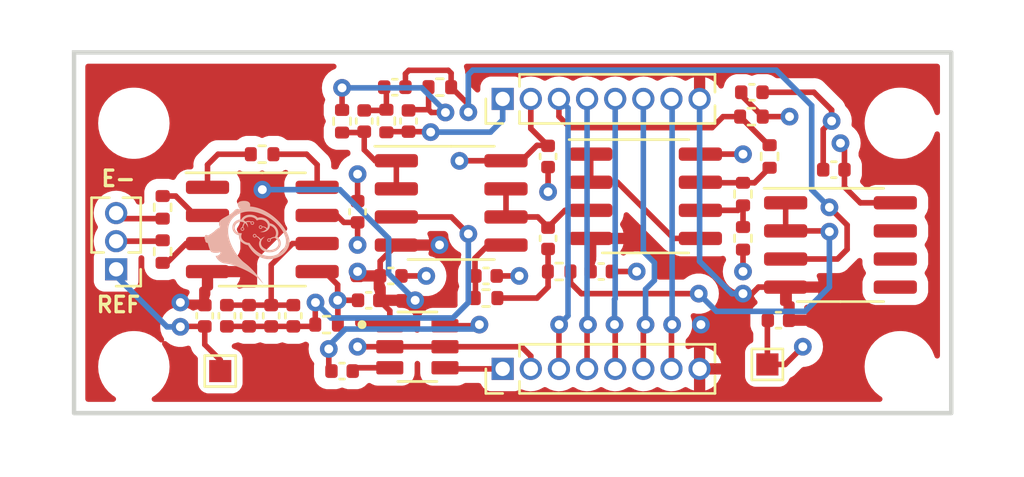
<source format=kicad_pcb>
(kicad_pcb (version 20211014) (generator pcbnew)
  (layers (0 "F.Cu" signal) (1 "In1.Cu" power "GND.Cu") (2 "In2.Cu" power "PWR.Cu") (31 "B.Cu" signal) (34 "B.Paste" user) (35 "F.Paste" user) (36 "B.SilkS" user "B.Silkscreen") (37 "F.SilkS" user "F.Silkscreen") (38 "B.Mask" user) (39 "F.Mask" user) (44 "Edge.Cuts" user))
  (net 0 "")
  (net 1 "GND")
  (net 2 "/LPF_IN-_CH0")
  (net 3 "VDD")
  (net 4 "/IA_OUT_CH0")
  (net 5 "/HPF_OUT_CH0")
  (net 6 "/NOTCH_IN_CH0")
  (net 7 "Net-(C11-Pad1)")
  (net 8 "Net-(C10-Pad2)")
  (net 9 "NOTCH_OUT_CH0")
  (net 10 "/IA_IN-_CH0")
  (net 11 "/IA_IN+_CH0")
  (net 12 "E1_CH0")
  (net 13 "E2_CH0")
  (net 14 "AOUT_CH0")
  (net 15 "Net-(R4-Pad1)")
  (net 16 "Net-(R4-Pad2)")
  (net 17 "/AMP_IN-_CH0")
  (net 18 "/AMP_OUT_CH0")
  (net 19 "/AMP_IN+_CH0")
  (net 20 "-VDD")
  (net 24 "SK11")
  (net 25 "SK01")
  (net 26 "SK00")
  (net 27 "Net-(C18-Pad1)")
  (net 28 "Net-(C18-Pad2)")
  (net 29 "AOUT_CH1")
  (net 30 "AOUT_CH2")
  (net 31 "AOUT_CH3")
  (net 32 "AOUT_CH4")
  (footprint "Capacitor_SMD:C_0402_1005Metric" (layer "F.Cu") (at 14.1 11)
    (fp_text reference "C19" hide)
    (fp_text value "1uF")
    (pad "1" smd roundrect locked (at -0.48 0) (size 0.56 0.62) (layers "F.Cu" "F.Paste" "F.Mask") (net 1 "GND"))
    (pad "2" smd roundrect locked (at 0.48 0) (size 0.56 0.62) (layers "F.Cu" "F.Paste" "F.Mask") (net 20 "-VDD"))
  )
  (footprint "Capacitor_SMD:C_0402_1005Metric" (layer "F.Cu") (at 15.281 1.3705)
    (fp_text reference "C11" hide)
    (fp_text value "1uF")
    (pad "1" smd roundrect locked (at -0.48 0) (size 0.56 0.62) (layers "F.Cu" "F.Paste" "F.Mask") (net 7 "Net-(C11-Pad1)"))
    (pad "2" smd roundrect locked (at 0.48 0) (size 0.56 0.62) (layers "F.Cu" "F.Paste" "F.Mask") (net 9 "NOTCH_OUT_CH0"))
  )
  (footprint "TestPoint:TestPoint_Pad_1.0x1.0mm" (layer "F.Cu") (at 7.4 14.2)
    (fp_text reference "TP2" hide)
    (fp_text value "TestPoint")
    (pad "1" smd rect locked (at 0 0) (size 1 1) (layers "F.Cu" "F.Mask") (net 1 "GND"))
  )
  (footprint "Resistor_SMD:R_0402_1005Metric" (layer "F.Cu") (at 9.29 4.4)
    (fp_text reference "R4" hide)
    (fp_text value "2k2")
    (pad "1" smd roundrect locked (at -0.51 0) (size 0.54 0.64) (layers "F.Cu" "F.Paste" "F.Mask") (net 15 "Net-(R4-Pad1)"))
    (pad "2" smd roundrect locked (at 0.51 0) (size 0.54 0.64) (layers "F.Cu" "F.Paste" "F.Mask") (net 16 "Net-(R4-Pad2)"))
  )
  (footprint "Capacitor_SMD:C_0402_1005Metric" (layer "F.Cu") (at 10.7 11.7 -90)
    (fp_text reference "C5" hide)
    (fp_text value "10uF")
    (pad "1" smd roundrect locked (at -0.48 0 270) (size 0.56 0.62) (layers "F.Cu" "F.Paste" "F.Mask") (net 4 "/IA_OUT_CH0"))
    (pad "2" smd roundrect locked (at 0.48 0 270) (size 0.56 0.62) (layers "F.Cu" "F.Paste" "F.Mask") (net 5 "/HPF_OUT_CH0"))
  )
  (footprint "Package_SO:SOIC-8_3.9x4.9mm_P1.27mm" (layer "F.Cu") (at 26.6 6.3)
    (fp_text reference "U3" hide)
    (fp_text value "LMC6492")
    (pad "1" smd roundrect locked (at -2.475 -1.905) (size 1.95 0.6) (layers "F.Cu" "F.Paste" "F.Mask") (net 19 "/AMP_IN+_CH0"))
    (pad "2" smd roundrect locked (at -2.475 -0.635) (size 1.95 0.6) (layers "F.Cu" "F.Paste" "F.Mask") (net 19 "/AMP_IN+_CH0"))
    (pad "3" smd roundrect locked (at -2.475 0.635) (size 1.95 0.6) (layers "F.Cu" "F.Paste" "F.Mask") (net 2 "/LPF_IN-_CH0"))
    (pad "4" smd roundrect locked (at -2.475 1.905) (size 1.95 0.6) (layers "F.Cu" "F.Paste" "F.Mask") (net 20 "-VDD"))
    (pad "5" smd roundrect locked (at 2.475 1.905) (size 1.95 0.6) (layers "F.Cu" "F.Paste" "F.Mask") (net 19 "/AMP_IN+_CH0"))
    (pad "6" smd roundrect locked (at 2.475 0.635) (size 1.95 0.6) (layers "F.Cu" "F.Paste" "F.Mask") (net 17 "/AMP_IN-_CH0"))
    (pad "7" smd roundrect locked (at 2.475 -0.635) (size 1.95 0.6) (layers "F.Cu" "F.Paste" "F.Mask") (net 18 "/AMP_OUT_CH0"))
    (pad "8" smd roundrect locked (at 2.475 -1.905) (size 1.95 0.6) (layers "F.Cu" "F.Paste" "F.Mask") (net 3 "VDD"))
  )
  (footprint "Connector_PinHeader_1.27mm:PinHeader_1x08_P1.27mm_Vertical" (layer "F.Cu") (at 20.15 1.9 90)
    (fp_text reference "J4" hide)
    (fp_text value "Conn_01x08_Female" hide)
    (pad "1" thru_hole rect locked (at 0 0 90) (size 1 1) (drill 0.65) (layers *.Cu *.Mask) (net 1 "GND"))
    (pad "2" thru_hole oval locked (at 0 1.27 90) (size 1 1) (drill 0.65) (layers *.Cu *.Mask) (net 3 "VDD"))
    (pad "3" thru_hole oval locked (at 0 2.54 90) (size 1 1) (drill 0.65) (layers *.Cu *.Mask) (net 14 "AOUT_CH0"))
    (pad "4" thru_hole oval locked (at 0 3.81 90) (size 1 1) (drill 0.65) (layers *.Cu *.Mask) (net 29 "AOUT_CH1"))
    (pad "5" thru_hole oval locked (at 0 5.08 90) (size 1 1) (drill 0.65) (layers *.Cu *.Mask) (net 30 "AOUT_CH2"))
    (pad "6" thru_hole oval locked (at 0 6.35 90) (size 1 1) (drill 0.65) (layers *.Cu *.Mask) (net 31 "AOUT_CH3"))
    (pad "7" thru_hole oval locked (at 0 7.62 90) (size 1 1) (drill 0.65) (layers *.Cu *.Mask) (net 32 "AOUT_CH4"))
    (pad "8" thru_hole oval locked (at 0 8.89 90) (size 1 1) (drill 0.65) (layers *.Cu *.Mask) (net 20 "-VDD"))
  )
  (footprint "Capacitor_SMD:C_0402_1005Metric" (layer "F.Cu") (at 22.2 8.2 90)
    (fp_text reference "C2" hide)
    (fp_text value "10uF")
    (pad "1" smd roundrect locked (at -0.48 0 90) (size 0.56 0.62) (layers "F.Cu" "F.Paste" "F.Mask") (net 25 "SK01"))
    (pad "2" smd roundrect locked (at 0.48 0 90) (size 0.56 0.62) (layers "F.Cu" "F.Paste" "F.Mask") (net 2 "/LPF_IN-_CH0"))
  )
  (footprint "Resistor_SMD:R_0402_1005Metric" (layer "F.Cu") (at 32.2 4.5 -90)
    (fp_text reference "R10" hide)
    (fp_text value "1k")
    (pad "1" smd roundrect locked (at -0.51 0 270) (size 0.54 0.64) (layers "F.Cu" "F.Paste" "F.Mask") (net 14 "AOUT_CH0"))
    (pad "2" smd roundrect locked (at 0.51 0 270) (size 0.54 0.64) (layers "F.Cu" "F.Paste" "F.Mask") (net 18 "/AMP_OUT_CH0"))
  )
  (footprint "Resistor_SMD:R_0402_1005Metric" (layer "F.Cu") (at 12.9 2.91 -90)
    (fp_text reference "R9" hide)
    (fp_text value "2k7")
    (pad "1" smd roundrect locked (at -0.51 0 270) (size 0.54 0.64) (layers "F.Cu" "F.Paste" "F.Mask") (net 8 "Net-(C10-Pad2)"))
    (pad "2" smd roundrect locked (at 0.51 0 270) (size 0.54 0.64) (layers "F.Cu" "F.Paste" "F.Mask") (net 6 "/NOTCH_IN_CH0"))
  )
  (footprint "Capacitor_SMD:C_0402_1005Metric" (layer "F.Cu") (at 13.9 2.9 90)
    (fp_text reference "C9" hide)
    (fp_text value "1uF")
    (pad "1" smd roundrect locked (at -0.48 0 90) (size 0.56 0.62) (layers "F.Cu" "F.Paste" "F.Mask") (net 6 "/NOTCH_IN_CH0"))
    (pad "2" smd roundrect locked (at 0.48 0 90) (size 0.56 0.62) (layers "F.Cu" "F.Paste" "F.Mask") (net 7 "Net-(C11-Pad1)"))
  )
  (footprint "MAX1697REUT_T:SOT95P280X145-6N" (layer "F.Cu") (at 16.3 13.1)
    (fp_text reference "U5" hide)
    (fp_text value "MAX1697REUT+T")
    (pad "1" smd roundrect locked (at -1.245 -0.95) (size 1.22 0.6) (layers "F.Cu" "F.Paste" "F.Mask") (roundrect_rratio 0.15) (net 20 "-VDD"))
    (pad "2" smd roundrect locked (at -1.245 0) (size 1.22 0.6) (layers "F.Cu" "F.Paste" "F.Mask") (roundrect_rratio 0.15) (net 3 "VDD"))
    (pad "3" smd roundrect locked (at -1.245 0.95) (size 1.22 0.6) (layers "F.Cu" "F.Paste" "F.Mask") (roundrect_rratio 0.15) (net 27 "Net-(C18-Pad1)"))
    (pad "4" smd roundrect locked (at 1.245 0.95) (size 1.22 0.6) (layers "F.Cu" "F.Paste" "F.Mask") (roundrect_rratio 0.15) (net 1 "GND"))
    (pad "5" smd roundrect locked (at 1.245 0) (size 1.22 0.6) (layers "F.Cu" "F.Paste" "F.Mask") (roundrect_rratio 0.15) (net 3 "VDD"))
    (pad "6" smd roundrect locked (at 1.245 -0.95) (size 1.22 0.6) (layers "F.Cu" "F.Paste" "F.Mask") (roundrect_rratio 0.15) (net 28 "Net-(C18-Pad2)"))
  )
  (footprint "Resistor_SMD:R_0402_1005Metric" (layer "F.Cu") (at 19.4 10.9)
    (fp_text reference "R5" hide)
    (fp_text value "75R")
    (pad "1" smd roundrect locked (at -0.51 0) (size 0.54 0.64) (layers "F.Cu" "F.Paste" "F.Mask") (net 24 "SK11"))
    (pad "2" smd roundrect locked (at 0.51 0) (size 0.54 0.64) (layers "F.Cu" "F.Paste" "F.Mask") (net 25 "SK01"))
  )
  (footprint "MountingHole:MountingHole_2.2mm_M2" (layer "F.Cu") (at 38.1 14)
    (fp_text reference "H2" hide)
    (fp_text value "MountingHole")
    (pad "" np_thru_hole circle locked (at 0 0) (size 2.2 2.2) (drill 2.2) (layers *.Cu *.Mask))
  )
  (footprint "Capacitor_SMD:C_0402_1005Metric" (layer "F.Cu") (at 12.9 14.2 180)
    (fp_text reference "C18" hide)
    (fp_text value "1uF")
    (pad "1" smd roundrect locked (at -0.48 0 180) (size 0.56 0.62) (layers "F.Cu" "F.Paste" "F.Mask") (net 27 "Net-(C18-Pad1)"))
    (pad "2" smd roundrect locked (at 0.48 0 180) (size 0.56 0.62) (layers "F.Cu" "F.Paste" "F.Mask") (net 28 "Net-(C18-Pad2)"))
  )
  (footprint "Capacitor_SMD:C_0402_1005Metric" (layer "F.Cu") (at 8.7 11.7 -90)
    (fp_text reference "C7" hide)
    (fp_text value "10uF")
    (pad "1" smd roundrect locked (at -0.48 0 270) (size 0.56 0.62) (layers "F.Cu" "F.Paste" "F.Mask") (net 4 "/IA_OUT_CH0"))
    (pad "2" smd roundrect locked (at 0.48 0 270) (size 0.56 0.62) (layers "F.Cu" "F.Paste" "F.Mask") (net 5 "/HPF_OUT_CH0"))
  )
  (footprint "Connector_PinHeader_1.27mm:PinHeader_1x08_P1.27mm_Vertical" (layer "F.Cu") (at 20.15 14.1 90)
    (fp_text reference "J2" hide)
    (fp_text value "Conn_01x08_Female" hide)
    (pad "1" thru_hole rect locked (at 0 0 90) (size 1 1) (drill 0.65) (layers *.Cu *.Mask) (net 1 "GND"))
    (pad "2" thru_hole oval locked (at 0 1.27 90) (size 1 1) (drill 0.65) (layers *.Cu *.Mask) (net 3 "VDD"))
    (pad "3" thru_hole oval locked (at 0 2.54 90) (size 1 1) (drill 0.65) (layers *.Cu *.Mask) (net 14 "AOUT_CH0"))
    (pad "4" thru_hole oval locked (at 0 3.81 90) (size 1 1) (drill 0.65) (layers *.Cu *.Mask) (net 29 "AOUT_CH1"))
    (pad "5" thru_hole oval locked (at 0 5.08 90) (size 1 1) (drill 0.65) (layers *.Cu *.Mask) (net 30 "AOUT_CH2"))
    (pad "6" thru_hole oval locked (at 0 6.35 90) (size 1 1) (drill 0.65) (layers *.Cu *.Mask) (net 31 "AOUT_CH3"))
    (pad "7" thru_hole oval locked (at 0 7.62 90) (size 1 1) (drill 0.65) (layers *.Cu *.Mask) (net 32 "AOUT_CH4"))
    (pad "8" thru_hole oval locked (at 0 8.89 90) (size 1 1) (drill 0.65) (layers *.Cu *.Mask) (net 20 "-VDD"))
  )
  (footprint "Capacitor_SMD:C_0402_1005Metric" (layer "F.Cu") (at 35.1 5.1)
    (fp_text reference "C16" hide)
    (fp_text value "0.1uF")
    (pad "1" smd roundrect locked (at -0.48 0) (size 0.56 0.62) (layers "F.Cu" "F.Paste" "F.Mask") (net 1 "GND"))
    (pad "2" smd roundrect locked (at 0.48 0) (size 0.56 0.62) (layers "F.Cu" "F.Paste" "F.Mask") (net 3 "VDD"))
  )
  (footprint "Capacitor_SMD:C_0402_1005Metric" (layer "F.Cu") (at 19.4 9.9 180)
    (fp_text reference "C1" hide)
    (fp_text value "10uF")
    (pad "1" smd roundrect locked (at -0.48 0 180) (size 0.56 0.62) (layers "F.Cu" "F.Paste" "F.Mask") (net 1 "GND"))
    (pad "2" smd roundrect locked (at 0.48 0 180) (size 0.56 0.62) (layers "F.Cu" "F.Paste" "F.Mask") (net 24 "SK11"))
  )
  (footprint "Package_SO:SOIC-8_3.9x4.9mm_P1.27mm" (layer "F.Cu") (at 17.825 6.6)
    (fp_text reference "U2" hide)
    (fp_text value "LMC6492")
    (pad "1" smd roundrect locked (at -2.475 -1.905) (size 1.95 0.6) (layers "F.Cu" "F.Paste" "F.Mask") (net 6 "/NOTCH_IN_CH0"))
    (pad "2" smd roundrect locked (at -2.475 -0.635) (size 1.95 0.6) (layers "F.Cu" "F.Paste" "F.Mask") (net 6 "/NOTCH_IN_CH0"))
    (pad "3" smd roundrect locked (at -2.475 0.635) (size 1.95 0.6) (layers "F.Cu" "F.Paste" "F.Mask") (net 5 "/HPF_OUT_CH0"))
    (pad "4" smd roundrect locked (at -2.475 1.905) (size 1.95 0.6) (layers "F.Cu" "F.Paste" "F.Mask") (net 20 "-VDD"))
    (pad "5" smd roundrect locked (at 2.475 1.905) (size 1.95 0.6) (layers "F.Cu" "F.Paste" "F.Mask") (net 24 "SK11"))
    (pad "6" smd roundrect locked (at 2.475 0.635) (size 1.95 0.6) (layers "F.Cu" "F.Paste" "F.Mask") (net 2 "/LPF_IN-_CH0"))
    (pad "7" smd roundrect locked (at 2.475 -0.635) (size 1.95 0.6) (layers "F.Cu" "F.Paste" "F.Mask") (net 2 "/LPF_IN-_CH0"))
    (pad "8" smd roundrect locked (at 2.475 -1.905) (size 1.95 0.6) (layers "F.Cu" "F.Paste" "F.Mask") (net 3 "VDD"))
  )
  (footprint "Resistor_SMD:R_0402_1005Metric" (layer "F.Cu") (at 17.313 1.3705 180)
    (fp_text reference "R13" hide)
    (fp_text value "2k7")
    (pad "1" smd roundrect locked (at -0.51 0 180) (size 0.54 0.64) (layers "F.Cu" "F.Paste" "F.Mask") (net 9 "NOTCH_OUT_CH0"))
    (pad "2" smd roundrect locked (at 0.51 0 180) (size 0.54 0.64) (layers "F.Cu" "F.Paste" "F.Mask") (net 8 "Net-(C10-Pad2)"))
  )
  (footprint "Resistor_SMD:R_0402_1005Metric" (layer "F.Cu") (at 14.9 2.9 -90)
    (fp_text reference "R12" hide)
    (fp_text value "1k3")
    (pad "1" smd roundrect locked (at -0.51 0 270) (size 0.54 0.64) (layers "F.Cu" "F.Paste" "F.Mask") (net 7 "Net-(C11-Pad1)"))
    (pad "2" smd roundrect locked (at 0.51 0 270) (size 0.54 0.64) (layers "F.Cu" "F.Paste" "F.Mask") (net 1 "GND"))
  )
  (footprint "MountingHole:MountingHole_2.2mm_M2" (layer "F.Cu") (at 3.5 14)
    (fp_text reference "H4" hide)
    (fp_text value "MountingHole")
    (pad "" np_thru_hole circle locked (at 0 0) (size 2.2 2.2) (drill 2.2) (layers F&B.Cu *.Mask))
  )
  (footprint "Capacitor_SMD:C_0402_1005Metric" (layer "F.Cu") (at 24.6 9.7 180)
    (fp_text reference "C13" hide)
    (fp_text value "0.1uF")
    (pad "1" smd roundrect locked (at -0.48 0 180) (size 0.56 0.62) (layers "F.Cu" "F.Paste" "F.Mask") (net 1 "GND"))
    (pad "2" smd roundrect locked (at 0.48 0 180) (size 0.56 0.62) (layers "F.Cu" "F.Paste" "F.Mask") (net 20 "-VDD"))
  )
  (footprint "Capacitor_SMD:C_0402_1005Metric" (layer "F.Cu") (at 31.4 1.6 180)
    (fp_text reference "C12" hide)
    (fp_text value "0.1uF")
    (pad "1" smd roundrect locked (at -0.48 0 180) (size 0.56 0.62) (layers "F.Cu" "F.Paste" "F.Mask") (net 1 "GND"))
    (pad "2" smd roundrect locked (at 0.48 0 180) (size 0.56 0.62) (layers "F.Cu" "F.Paste" "F.Mask") (net 3 "VDD"))
  )
  (footprint "Capacitor_SMD:C_0402_1005Metric" (layer "F.Cu") (at 15.1 9.9 180)
    (fp_text reference "C15" hide)
    (fp_text value "0.1uF")
    (pad "1" smd roundrect locked (at -0.48 0 180) (size 0.56 0.62) (layers "F.Cu" "F.Paste" "F.Mask") (net 1 "GND"))
    (pad "2" smd roundrect locked (at 0.48 0 180) (size 0.56 0.62) (layers "F.Cu" "F.Paste" "F.Mask") (net 20 "-VDD"))
  )
  (footprint "Resistor_SMD:R_0402_1005Metric" (layer "F.Cu") (at 22.7 9.7)
    (fp_text reference "R3" hide)
    (fp_text value "75R")
    (pad "1" smd roundrect locked (at -0.51 0) (size 0.54 0.64) (layers "F.Cu" "F.Paste" "F.Mask") (net 25 "SK01"))
    (pad "2" smd roundrect locked (at 0.51 0) (size 0.54 0.64) (layers "F.Cu" "F.Paste" "F.Mask") (net 26 "SK00"))
  )
  (footprint "Connector_PinHeader_1.27mm:PinHeader_1x03_P1.27mm_Vertical" (layer "F.Cu") (at 2.7 9.6 180)
    (fp_text reference "J1" hide)
    (fp_text value "Conn_01x03")
    (pad "1" thru_hole rect locked (at 0 0 180) (size 1 1) (drill 0.65) (layers *.Cu *.Mask) (net 1 "GND"))
    (pad "2" thru_hole oval locked (at 0 1.27 180) (size 1 1) (drill 0.65) (layers *.Cu *.Mask) (net 12 "E1_CH0"))
    (pad "3" thru_hole oval locked (at 0 2.54 180) (size 1 1) (drill 0.65) (layers *.Cu *.Mask) (net 13 "E2_CH0"))
  )
  (footprint "Resistor_SMD:R_0402_1005Metric" (layer "F.Cu") (at 31.38 2.7)
    (fp_text reference "R11" hide)
    (fp_text value "1k")
    (pad "1" smd roundrect locked (at -0.51 0) (size 0.54 0.64) (layers "F.Cu" "F.Paste" "F.Mask") (net 14 "AOUT_CH0"))
    (pad "2" smd roundrect locked (at 0.51 0) (size 0.54 0.64) (layers "F.Cu" "F.Paste" "F.Mask") (net 3 "VDD"))
  )
  (footprint "Resistor_SMD:R_0402_1005Metric" (layer "F.Cu") (at 4.8 8.8 -90)
    (fp_text reference "R1" hide)
    (fp_text value "220k")
    (pad "1" smd roundrect locked (at -0.51 0 270) (size 0.54 0.64) (layers "F.Cu" "F.Paste" "F.Mask") (net 12 "E1_CH0"))
    (pad "2" smd roundrect locked (at 0.51 0 270) (size 0.54 0.64) (layers "F.Cu" "F.Paste" "F.Mask") (net 11 "/IA_IN+_CH0"))
  )
  (footprint "Resistor_SMD:R_0402_1005Metric" (layer "F.Cu") (at 4.8 6.8 90)
    (fp_text reference "R2" hide)
    (fp_text value "220k")
    (pad "1" smd roundrect locked (at -0.51 0 90) (size 0.54 0.64) (layers "F.Cu" "F.Paste" "F.Mask") (net 13 "E2_CH0"))
    (pad "2" smd roundrect locked (at 0.51 0 90) (size 0.54 0.64) (layers "F.Cu" "F.Paste" "F.Mask") (net 10 "/IA_IN-_CH0"))
  )
  (footprint "TestPoint:TestPoint_Pad_1.0x1.0mm" (layer "F.Cu") (at 32.1 13.9)
    (fp_text reference "TP1" hide)
    (fp_text value "TestPoint")
    (pad "1" smd rect locked (at 0 0) (size 1 1) (layers "F.Cu" "F.Mask") (net 1 "GND"))
  )
  (footprint "Package_SO:SOIC-8_3.9x4.9mm_P1.27mm" (layer "F.Cu") (at 9.3 7.8)
    (fp_text reference "U1" hide)
    (fp_text value "AD620")
    (pad "1" smd roundrect locked (at -2.475 -1.905) (size 1.95 0.6) (layers "F.Cu" "F.Paste" "F.Mask") (net 15 "Net-(R4-Pad1)"))
    (pad "2" smd roundrect locked (at -2.475 -0.635) (size 1.95 0.6) (layers "F.Cu" "F.Paste" "F.Mask") (net 10 "/IA_IN-_CH0"))
    (pad "3" smd roundrect locked (at -2.475 0.635) (size 1.95 0.6) (layers "F.Cu" "F.Paste" "F.Mask") (net 11 "/IA_IN+_CH0"))
    (pad "4" smd roundrect locked (at -2.475 1.905) (size 1.95 0.6) (layers "F.Cu" "F.Paste" "F.Mask") (net 20 "-VDD"))
    (pad "5" smd roundrect locked (at 2.475 1.905) (size 1.95 0.6) (layers "F.Cu" "F.Paste" "F.Mask") (net 1 "GND"))
    (pad "6" smd roundrect locked (at 2.475 0.635) (size 1.95 0.6) (layers "F.Cu" "F.Paste" "F.Mask") (net 4 "/IA_OUT_CH0"))
    (pad "7" smd roundrect locked (at 2.475 -0.635) (size 1.95 0.6) (layers "F.Cu" "F.Paste" "F.Mask") (net 3 "VDD"))
    (pad "8" smd roundrect locked (at 2.475 -1.905) (size 1.95 0.6) (layers "F.Cu" "F.Paste" "F.Mask") (net 16 "Net-(R4-Pad2)"))
  )
  (footprint "Resistor_SMD:R_0402_1005Metric" (layer "F.Cu") (at 12.2 12.1)
    (fp_text reference "R6" hide)
    (fp_text value "75k")
    (pad "1" smd roundrect locked (at -0.51 0) (size 0.54 0.64) (layers "F.Cu" "F.Paste" "F.Mask") (net 5 "/HPF_OUT_CH0"))
    (pad "2" smd roundrect locked (at 0.51 0) (size 0.54 0.64) (layers "F.Cu" "F.Paste" "F.Mask") (net 1 "GND"))
  )
  (footprint "MountingHole:MountingHole_2.2mm_M2" (layer "F.Cu") (at 3.5 3)
    (fp_text reference "H1" hide)
    (fp_text value "MountingHole")
    (pad "" np_thru_hole circle locked (at 0 0) (size 2.2 2.2) (drill 2.2) (layers F&B.Cu *.Mask))
  )
  (footprint "Capacitor_SMD:C_0402_1005Metric" (layer "F.Cu") (at 22.2 4.5 90)
    (fp_text reference "C14" hide)
    (fp_text value "0.1uF")
    (pad "1" smd roundrect locked (at -0.48 0 90) (size 0.56 0.62) (layers "F.Cu" "F.Paste" "F.Mask") (net 1 "GND"))
    (pad "2" smd roundrect locked (at 0.48 0 90) (size 0.56 0.62) (layers "F.Cu" "F.Paste" "F.Mask") (net 3 "VDD"))
  )
  (footprint "Capacitor_SMD:C_0402_1005Metric" (layer "F.Cu") (at 7.7 11.7 -90)
    (fp_text reference "C8" hide)
    (fp_text value "10uF")
    (pad "1" smd roundrect locked (at -0.48 0 270) (size 0.56 0.62) (layers "F.Cu" "F.Paste" "F.Mask") (net 4 "/IA_OUT_CH0"))
    (pad "2" smd roundrect locked (at 0.48 0 270) (size 0.56 0.62) (layers "F.Cu" "F.Paste" "F.Mask") (net 5 "/HPF_OUT_CH0"))
  )
  (footprint "Resistor_SMD:R_0402_1005Metric" (layer "F.Cu") (at 31 8.2 -90)
    (fp_text reference "R7" hide)
    (fp_text value "510R")
    (pad "1" smd roundrect locked (at -0.51 0 270) (size 0.54 0.64) (layers "F.Cu" "F.Paste" "F.Mask") (net 17 "/AMP_IN-_CH0"))
    (pad "2" smd roundrect locked (at 0.51 0 270) (size 0.54 0.64) (layers "F.Cu" "F.Paste" "F.Mask") (net 1 "GND"))
  )
  (footprint "Capacitor_SMD:C_0402_1005Metric" (layer "F.Cu") (at 32.6 11.9)
    (fp_text reference "C17" hide)
    (fp_text value "0.1uF")
    (pad "1" smd roundrect locked (at -0.48 0) (size 0.56 0.62) (layers "F.Cu" "F.Paste" "F.Mask") (net 1 "GND"))
    (pad "2" smd roundrect locked (at 0.48 0) (size 0.56 0.62) (layers "F.Cu" "F.Paste" "F.Mask") (net 20 "-VDD"))
  )
  (footprint "Capacitor_SMD:C_0402_1005Metric" (layer "F.Cu") (at 13.6 7 -90)
    (fp_text reference "C4" hide)
    (fp_text value "0.1uF")
    (pad "1" smd roundrect locked (at -0.48 0 270) (size 0.56 0.62) (layers "F.Cu" "F.Paste" "F.Mask") (net 1 "GND"))
    (pad "2" smd roundrect locked (at 0.48 0 270) (size 0.56 0.62) (layers "F.Cu" "F.Paste" "F.Mask") (net 3 "VDD"))
  )
  (footprint "Capacitor_SMD:C_0402_1005Metric" (layer "F.Cu") (at 6.7 11.7 90)
    (fp_text reference "C3" hide)
    (fp_text value "0.1uF")
    (pad "1" smd roundrect locked (at -0.48 0 90) (size 0.56 0.62) (layers "F.Cu" "F.Paste" "F.Mask") (net 1 "GND"))
    (pad "2" smd roundrect locked (at 0.48 0 90) (size 0.56 0.62) (layers "F.Cu" "F.Paste" "F.Mask") (net 20 "-VDD"))
  )
  (footprint "Resistor_SMD:R_0402_1005Metric" (layer "F.Cu") (at 31 6.2 -90)
    (fp_text reference "R8" hide)
    (fp_text value "100k")
    (pad "1" smd roundrect locked (at -0.51 0 270) (size 0.54 0.64) (layers "F.Cu" "F.Paste" "F.Mask") (net 18 "/AMP_OUT_CH0"))
    (pad "2" smd roundrect locked (at 0.51 0 270) (size 0.54 0.64) (layers "F.Cu" "F.Paste" "F.Mask") (net 17 "/AMP_IN-_CH0"))
  )
  (footprint "Capacitor_SMD:C_0402_1005Metric" (layer "F.Cu") (at 9.7 11.7 -90)
    (fp_text reference "C6" hide)
    (fp_text value "10uF")
    (pad "1" smd roundrect locked (at -0.48 0 270) (size 0.56 0.62) (layers "F.Cu" "F.Paste" "F.Mask") (net 4 "/IA_OUT_CH0"))
    (pad "2" smd roundrect locked (at 0.48 0 270) (size 0.56 0.62) (layers "F.Cu" "F.Paste" "F.Mask") (net 5 "/HPF_OUT_CH0"))
  )
  (footprint "Package_SO:SOIC-8_3.9x4.9mm_P1.27mm" (layer "F.Cu") (at 35.4 8.5)
    (fp_text reference "U4" hide)
    (fp_text value "LMC6492")
    (pad "1" smd roundrect locked (at -2.475 -1.905) (size 1.95 0.6) (layers "F.Cu" "F.Paste" "F.Mask") (net 26 "SK00"))
    (pad "2" smd roundrect locked (at -2.475 -0.635) (size 1.95 0.6) (layers "F.Cu" "F.Paste" "F.Mask") (net 26 "SK00"))
    (pad "3" smd roundrect locked (at -2.475 0.635) (size 1.95 0.6) (layers "F.Cu" "F.Paste" "F.Mask") (net 9 "NOTCH_OUT_CH0"))
    (pad "4" smd roundrect locked (at -2.475 1.905) (size 1.95 0.6) (layers "F.Cu" "F.Paste" "F.Mask") (net 20 "-VDD"))
    (pad "5" smd roundrect locked (at 2.475 1.905) (size 1.95 0.6) (layers "F.Cu" "F.Paste" "F.Mask"))
    (pad "6" smd roundrect locked (at 2.475 0.635) (size 1.95 0.6) (layers "F.Cu" "F.Paste" "F.Mask"))
    (pad "7" smd roundrect locked (at 2.475 -0.635) (size 1.95 0.6) (layers "F.Cu" "F.Paste" "F.Mask"))
    (pad "8" smd roundrect locked (at 2.475 -1.905) (size 1.95 0.6) (layers "F.Cu" "F.Paste" "F.Mask") (net 3 "VDD"))
  )
  (footprint "Capacitor_SMD:C_0402_1005Metric" (layer "F.Cu") (at 15.9 2.9 90)
    (fp_text reference "C10" hide)
    (fp_text value "2uF")
    (pad "1" smd roundrect locked (at -0.48 0 90) (size 0.56 0.62) (layers "F.Cu" "F.Paste" "F.Mask") (net 1 "GND"))
    (pad "2" smd roundrect locked (at 0.48 0 90) (size 0.56 0.62) (layers "F.Cu" "F.Paste" "F.Mask") (net 8 "Net-(C10-Pad2)"))
  )
  (footprint "MountingHole:MountingHole_2.2mm_M2" (layer "F.Cu") (at 38.1 3)
    (fp_text reference "H3" hide)
    (fp_text value "MountingHole")
    (pad "" np_thru_hole circle locked (at 0 0) (size 2.2 2.2) (drill 2.2) (layers *.Cu *.Mask))
  )
  (footprint "LOGO" (layer "B.Cu") (at 8.6 8.4 180)
    (fp_text reference "G***" hide)
    (fp_text value "LOGO" hide)
  )
  (gr_rect (start 0.8 -0.2) (end 40.4 16.1) (layer "Edge.Cuts") (width 0.2) (fill none))
  (gr_text "E-" (at 2.8 5.5) (layer "F.SilkS") (effects (font (size 0.7 0.7))))
  (gr_text "REF" (at 2.8 11.2) (layer "F.SilkS") (effects (font (size 0.7 0.7))))
  (segment (start 34.62 3.28) (end 34.62 5.1) (width 0.254) (layer "F.Cu") (net 1))
  (segment (start 35 2.9) (end 35 2.4) (width 0.254) (layer "F.Cu") (net 1))
  (segment (start 25.08 9.7) (end 26.2 9.7) (width 0.254) (layer "F.Cu") (net 1))
  (segment (start 12.105 9.705) (end 11.775 9.705) (width 0.254) (layer "F.Cu") (net 1))
  (segment (start 7.4 13.7) (end 7.4 14.2) (width 0.25) (layer "F.Cu") (net 1))
  (segment (start 20.15 14.1) (end 17.595 14.1) (width 0.254) (layer "F.Cu") (net 1))
  (segment (start 12.7 11) (end 12.71 11.01) (width 0.254) (layer "F.Cu") (net 1))
  (segment (start 12.71 11.01) (end 12.71 12.1) (width 0.254) (layer "F.Cu") (net 1))
  (segment (start 33.7 13.1) (end 32.9 13.9) (width 0.254) (layer "F.Cu") (net 1))
  (segment (start 35 2.9) (end 34.62 3.28) (width 0.254) (layer "F.Cu") (net 1))
  (segment (start 6.7 12.18) (end 6.7 13) (width 0.25) (layer "F.Cu") (net 1))
  (segment (start 5.62 12.18) (end 6.7 12.18) (width 0.25) (layer "F.Cu") (net 1))
  (segment (start 32.9 13.9) (end 32.1 13.9) (width 0.254) (layer "F.Cu") (net 1))
  (segment (start 12.7 10.3) (end 12.105 9.705) (width 0.254) (layer "F.Cu") (net 1))
  (segment (start 6.7 13) (end 7.4 13.7) (width 0.25) (layer "F.Cu") (net 1))
  (segment (start 16.88 3.38) (end 16.9 3.4) (width 0.254) (layer "F.Cu") (net 1))
  (segment (start 17.595 14.1) (end 17.545 14.05) (width 0.254) (layer "F.Cu") (net 1))
  (segment (start 15.58 9.9) (end 16.7 9.9) (width 0.254) (layer "F.Cu") (net 1))
  (segment (start 20.9 9.9) (end 19.88 9.9) (width 0.254) (layer "F.Cu") (net 1))
  (segment (start 32.1 11.92) (end 32.12 11.9) (width 0.254) (layer "F.Cu") (net 1))
  (segment (start 31 8.71) (end 31 9.7) (width 0.254) (layer "F.Cu") (net 1))
  (segment (start 35 2.4) (end 34.2 1.6) (width 0.254) (layer "F.Cu") (net 1))
  (segment (start 22.2 4.98) (end 22.2 6.1) (width 0.254) (layer "F.Cu") (net 1))
  (segment (start 34.2 1.6) (end 31.88 1.6) (width 0.254) (layer "F.Cu") (net 1))
  (segment (start 15.9 3.38) (end 16.88 3.38) (width 0.254) (layer "F.Cu") (net 1))
  (segment (start 32.1 13.9) (end 32.1 11.92) (width 0.254) (layer "F.Cu") (net 1))
  (segment (start 13.62 11) (end 12.7 11) (width 0.254) (layer "F.Cu") (net 1))
  (segment (start 12.7 11) (end 12.7 10.3) (width 0.254) (layer "F.Cu") (net 1))
  (segment (start 13.6 5.3) (end 13.6 6.52) (width 0.25) (layer "F.Cu") (net 1))
  (segment (start 15.1785 3.38) (end 15.7945 3.38) (width 0.25) (layer "F.Cu") (net 1))
  (segment (start 5.6 12.2) (end 5.62 12.18) (width 0.25) (layer "F.Cu") (net 1))
  (via (at 33.7 13.1) (size 0.8) (drill 0.4) (layers "F.Cu" "B.Cu") (net 1))
  (via (at 26.2 9.7) (size 0.8) (drill 0.4) (layers "F.Cu" "B.Cu") (net 1))
  (via blind (at 16.9 3.4) (size 0.8) (drill 0.4) (layers "F.Cu" "B.Cu") (net 1))
  (via (at 31 9.7) (size 0.8) (drill 0.4) (layers "F.Cu" "B.Cu") (net 1))
  (via (at 20.9 9.9) (size 0.8) (drill 0.4) (layers "F.Cu" "B.Cu") (net 1))
  (via (at 22.2 6.1) (size 0.8) (drill 0.4) (layers "F.Cu" "B.Cu") (net 1))
  (via (at 13.6 5.3) (size 0.8) (drill 0.4) (layers "F.Cu" "B.Cu") (net 1))
  (via (at 5.6 12.2) (size 0.8) (drill 0.4) (layers "F.Cu" "B.Cu") (net 1))
  (via (at 12.7 11) (size 0.8) (drill 0.4) (layers "F.Cu" "B.Cu") (net 1))
  (via (at 16.7 9.9) (size 0.8) (drill 0.4) (layers "F.Cu" "B.Cu") (net 1))
  (via (at 35 2.9) (size 0.8) (drill 0.4) (layers "F.Cu" "B.Cu") (net 1))
  (segment (start 20.15 1.9) (end 20.15 2.85) (width 0.254) (layer "B.Cu") (net 1))
  (segment (start 20.15 2.85) (end 19.6 3.4) (width 0.254) (layer "B.Cu") (net 1))
  (segment (start 19.6 3.4) (end 16.9 3.4) (width 0.254) (layer "B.Cu") (net 1))
  (segment (start 2.7 9.9) (end 2.7 9.6) (width 0.254) (layer "B.Cu") (net 1))
  (segment (start 5.6 12.2) (end 5 12.2) (width 0.254) (layer "B.Cu") (net 1))
  (segment (start 5 12.2) (end 2.7 9.9) (width 0.254) (layer "B.Cu") (net 1))
  (segment (start 22.2 7.72) (end 22.2 7.7) (width 0.25) (layer "F.Cu") (net 2))
  (segment (start 21.735 7.235) (end 20.3 7.235) (width 0.254) (layer "F.Cu") (net 2))
  (segment (start 22.965 6.935) (end 24.125 6.935) (width 0.25) (layer "F.Cu") (net 2))
  (segment (start 22.2 7.7) (end 21.735 7.235) (width 0.254) (layer "F.Cu") (net 2))
  (segment (start 20.3 7.235) (end 20.3 5.965) (width 0.254) (layer "F.Cu") (net 2))
  (segment (start 22.2 7.7) (end 22.965 6.935) (width 0.25) (layer "F.Cu") (net 2))
  (segment (start 21.42 13.52) (end 21.42 14.1) (width 0.254) (layer "F.Cu") (net 3))
  (segment (start 18.205 4.695) (end 18.2 4.7) (width 0.254) (layer "F.Cu") (net 3))
  (segment (start 20.3 4.695) (end 21.005 4.695) (width 0.254) (layer "F.Cu") (net 3))
  (segment (start 17.545 13.1) (end 15.055 13.1) (width 0.254) (layer "F.Cu") (net 3))
  (segment (start 15.055 13.1) (end 13.6 13.1) (width 0.254) (layer "F.Cu") (net 3))
  (segment (start 30.92 1.6) (end 30.92 1.73) (width 0.254) (layer "F.Cu") (net 3))
  (segment (start 30.995 4.395) (end 28.875 4.395) (width 0.254) (layer "F.Cu") (net 3))
  (segment (start 35.58 5.88) (end 35.58 5.1) (width 0.254) (layer "F.Cu") (net 3))
  (segment (start 12.98 7.48) (end 13.6 7.48) (width 0.25) (layer "F.Cu") (net 3))
  (segment (start 31 4.4) (end 30.995 4.395) (width 0.254) (layer "F.Cu") (net 3))
  (segment (start 21 13.1) (end 21.42 13.52) (width 0.254) (layer "F.Cu") (net 3))
  (segment (start 17.545 13.1) (end 21 13.1) (width 0.254) (layer "F.Cu") (net 3))
  (segment (start 20.3 4.695) (end 18.205 4.695) (width 0.254) (layer "F.Cu") (net 3))
  (segment (start 36.295 6.595) (end 35.58 5.88) (width 0.254) (layer "F.Cu") (net 3))
  (segment (start 11.775 7.165) (end 12.665 7.165) (width 0.25) (layer "F.Cu") (net 3))
  (segment (start 21.42 1.9) (end 21.42 3.24) (width 0.254) (layer "F.Cu") (net 3))
  (segment (start 12.665 7.165) (end 12.98 7.48) (width 0.25) (layer "F.Cu") (net 3))
  (segment (start 21.42 3.24) (end 22.2 4.02) (width 0.254) (layer "F.Cu") (net 3))
  (segment (start 31.89 2.7) (end 33.1 2.7) (width 0.254) (layer "F.Cu") (net 3))
  (segment (start 35.58 4.08) (end 35.58 5.1) (width 0.254) (layer "F.Cu") (net 3))
  (segment (start 22.18 4) (end 22.2 4.02) (width 0.254) (layer "F.Cu") (net 3))
  (segment (start 21.005 4.695) (end 21.7 4) (width 0.254) (layer "F.Cu") (net 3))
  (segment (start 30.92 1.73) (end 31.89 2.7) (width 0.254) (layer "F.Cu") (net 3))
  (segment (start 37.875 6.595) (end 36.295 6.595) (width 0.254) (layer "F.Cu") (net 3))
  (segment (start 21.7 4) (end 22.18 4) (width 0.254) (layer "F.Cu") (net 3))
  (segment (start 35.4 3.9) (end 35.58 4.08) (width 0.254) (layer "F.Cu") (net 3))
  (segment (start 13.6 8.5) (end 13.6 7.48) (width 0.25) (layer "F.Cu") (net 3))
  (via (at 35.4 3.9) (size 0.8) (drill 0.4) (layers "F.Cu" "B.Cu") (net 3))
  (via (at 33.1 2.7) (size 0.8) (drill 0.4) (layers "F.Cu" "B.Cu") (net 3))
  (via (at 31 4.4) (size 0.8) (drill 0.4) (layers "F.Cu" "B.Cu") (net 3))
  (via blind (at 13.6 8.5) (size 0.8) (drill 0.4) (layers "F.Cu" "B.Cu") (net 3))
  (via (at 18.2 4.7) (size 0.8) (drill 0.4) (layers "F.Cu" "B.Cu") (net 3))
  (via (at 13.6 13.1) (size 0.8) (drill 0.4) (layers "F.Cu" "B.Cu") (net 3))
  (segment (start 9.7 11.22) (end 9.7 9.4) (width 0.25) (layer "F.Cu") (net 4))
  (segment (start 9.7 9.4) (end 10.665 8.435) (width 0.25) (layer "F.Cu") (net 4))
  (segment (start 9.7 11.22) (end 7.7 11.22) (width 0.25) (layer "F.Cu") (net 4))
  (segment (start 10.7 11.22) (end 9.7 11.22) (width 0.25) (layer "F.Cu") (net 4))
  (segment (start 10.665 8.435) (end 11.775 8.435) (width 0.25) (layer "F.Cu") (net 4))
  (segment (start 10.7 12.18) (end 11.61 12.18) (width 0.25) (layer "F.Cu") (net 5))
  (segment (start 11.69 11.11) (end 11.69 12.1) (width 0.25) (layer "F.Cu") (net 5))
  (segment (start 17.835 7.235) (end 15.35 7.235) (width 0.254) (layer "F.Cu") (net 5))
  (segment (start 11.61 12.18) (end 11.69 12.1) (width 0.25) (layer "F.Cu") (net 5))
  (segment (start 7.7 12.18) (end 9.7 12.18) (width 0.25) (layer "F.Cu") (net 5))
  (segment (start 18.6 8) (end 17.835 7.235) (width 0.254) (layer "F.Cu") (net 5))
  (segment (start 9.7 12.18) (end 10.7 12.18) (width 0.25) (layer "F.Cu") (net 5))
  (segment (start 11.7 11.1) (end 11.69 11.11) (width 0.25) (layer "F.Cu") (net 5))
  (via (at 11.7 11.1) (size 0.8) (drill 0.4) (layers "F.Cu" "B.Cu") (net 5))
  (via (at 18.6 8) (size 0.8) (drill 0.4) (layers "F.Cu" "B.Cu") (net 5))
  (segment (start 12.4 11.8) (end 11.7 11.1) (width 0.254) (layer "B.Cu") (net 5))
  (segment (start 17.9 11.8) (end 12.4 11.8) (width 0.254) (layer "B.Cu") (net 5))
  (segment (start 18.6 8) (end 18.6 11.1) (width 0.254) (layer "B.Cu") (net 5))
  (segment (start 18.6 11.1) (end 17.9 11.8) (width 0.254) (layer "B.Cu") (net 5))
  (segment (start 13.86 3.42) (end 13.9 3.38) (width 0.254) (layer "F.Cu") (net 6))
  (segment (start 15.35 4.695) (end 15.35 5.965) (width 0.25) (layer "F.Cu") (net 6))
  (segment (start 12.9 3.42) (end 13.86 3.42) (width 0.254) (layer "F.Cu") (net 6))
  (segment (start 13.9 4.2) (end 13.9 3.38) (width 0.25) (layer "F.Cu") (net 6))
  (segment (start 14.395 4.695) (end 13.9 4.2) (width 0.25) (layer "F.Cu") (net 6))
  (segment (start 15.35 4.695) (end 14.395 4.695) (width 0.25) (layer "F.Cu") (net 6))
  (segment (start 14.9 2.4) (end 14.9 1.4695) (width 0.25) (layer "F.Cu") (net 7))
  (segment (start 14.87 2.42) (end 14.9 2.39) (width 0.254) (layer "F.Cu") (net 7))
  (segment (start 13.9 2.42) (end 14.87 2.42) (width 0.254) (layer "F.Cu") (net 7))
  (segment (start 14.9 1.4695) (end 14.801 1.3705) (width 0.25) (layer "F.Cu") (net 7))
  (segment (start 17.567 2.5135) (end 16.932 2.5135) (width 0.25) (layer "F.Cu") (net 8))
  (segment (start 16.805 1.3725) (end 16.803 1.3705) (width 0.25) (layer "F.Cu") (net 8))
  (segment (start 15.9335 2.3865) (end 16.805 2.3865) (width 0.25) (layer "F.Cu") (net 8))
  (segment (start 16.932 2.5135) (end 16.805 2.3865) (width 0.25) (layer "F.Cu") (net 8))
  (segment (start 12.9 1.4) (end 12.9 2.4) (width 0.25) (layer "F.Cu") (net 8))
  (segment (start 16.805 2.3865) (end 16.805 1.3725) (width 0.25) (layer "F.Cu") (net 8))
  (segment (start 15.9 2.42) (end 15.9335 2.3865) (width 0.25) (layer "F.Cu") (net 8))
  (via blind (at 12.9 1.4) (size 0.8) (drill 0.4) (layers "F.Cu" "B.Cu") (net 8))
  (via blind (at 17.567 2.5135) (size 0.8) (drill 0.4) (layers "F.Cu" "B.Cu") (net 8))
  (segment (start 12.9 1.4) (end 16.499 1.4) (width 0.25) (layer "B.Cu") (net 8))
  (segment (start 16.499 1.4) (end 17.567 2.468) (width 0.25) (layer "B.Cu") (net 8))
  (segment (start 17.567 2.468) (end 17.567 2.5135) (width 0.25) (layer "B.Cu") (net 8))
  (segment (start 32.925 9.135) (end 35.265 9.135) (width 0.254) (layer "F.Cu") (net 9))
  (segment (start 15.916 0.6085) (end 17.694 0.6085) (width 0.25) (layer "F.Cu") (net 9))
  (segment (start 35.7 8.7) (end 35.7 7.6) (width 0.254) (layer "F.Cu") (net 9))
  (segment (start 17.823 0.7375) (end 17.823 1.3705) (width 0.25) (layer "F.Cu") (net 9))
  (segment (start 35.7 7.6) (end 34.9 6.8) (width 0.254) (layer "F.Cu") (net 9))
  (segment (start 17.694 0.6085) (end 17.823 0.7375) (width 0.25) (layer "F.Cu") (net 9))
  (segment (start 15.761 1.3705) (end 15.761 0.7635) (width 0.25) (layer "F.Cu") (net 9))
  (segment (start 18.599 2.5) (end 18.599 2.1465) (width 0.25) (layer "F.Cu") (net 9))
  (segment (start 15.761 0.7635) (end 15.916 0.6085) (width 0.25) (layer "F.Cu") (net 9))
  (segment (start 18.599 2.1465) (end 17.823 1.3705) (width 0.25) (layer "F.Cu") (net 9))
  (segment (start 35.265 9.135) (end 35.7 8.7) (width 0.254) (layer "F.Cu") (net 9))
  (via (at 34.9 6.8) (size 0.8) (drill 0.4) (layers "F.Cu" "B.Cu") (net 9))
  (via (at 18.599 2.5) (size 0.8) (drill 0.4) (layers "F.Cu" "B.Cu") (net 9))
  (segment (start 18.599 0.801) (end 18.599 2.5) (width 0.254) (layer "B.Cu") (net 9))
  (segment (start 18.8 0.6) (end 18.599 0.801) (width 0.254) (layer "B.Cu") (net 9))
  (segment (start 34.1 6) (end 34.1 2.2) (width 0.254) (layer "B.Cu") (net 9))
  (segment (start 34.9 6.8) (end 34.1 6) (width 0.254) (layer "B.Cu") (net 9))
  (segment (start 32.5 0.6) (end 18.8 0.6) (width 0.254) (layer "B.Cu") (net 9))
  (segment (start 34.1 2.2) (end 32.5 0.6) (width 0.254) (layer "B.Cu") (net 9))
  (segment (start 6.265 7.165) (end 6.825 7.165) (width 0.254) (layer "F.Cu") (net 10))
  (segment (start 4.8 6.29) (end 5.39 6.29) (width 0.254) (layer "F.Cu") (net 10))
  (segment (start 5.39 6.29) (end 6.265 7.165) (width 0.254) (layer "F.Cu") (net 10))
  (segment (start 5.865 8.435) (end 6.825 8.435) (width 0.254) (layer "F.Cu") (net 11))
  (segment (start 4.8 9.31) (end 4.99 9.31) (width 0.254) (layer "F.Cu") (net 11))
  (segment (start 4.99 9.31) (end 5.865 8.435) (width 0.254) (layer "F.Cu") (net 11))
  (segment (start 4.76 8.33) (end 4.8 8.29) (width 0.254) (layer "F.Cu") (net 12))
  (segment (start 2.7 8.33) (end 4.76 8.33) (width 0.254) (layer "F.Cu") (net 12))
  (segment (start 2.95 7.31) (end 4.8 7.31) (width 0.254) (layer "F.Cu") (net 13))
  (segment (start 2.7 7.06) (end 2.95 7.31) (width 0.254) (layer "F.Cu") (net 13))
  (segment (start 32.2 3.99) (end 32.16 3.99) (width 0.254) (layer "F.Cu") (net 14))
  (segment (start 22.69 2.69) (end 23.2 3.2) (width 0.25) (layer "F.Cu") (net 14))
  (segment (start 22.69 12.11) (end 22.69 14.1) (width 0.25) (layer "F.Cu") (net 14))
  (segment (start 23.2 3.2) (end 29.6 3.2) (width 0.25) (layer "F.Cu") (net 14))
  (segment (start 29.6 3.2) (end 30.1 2.7) (width 0.25) (layer "F.Cu") (net 14))
  (segment (start 32.16 3.99) (end 30.87 2.7) (width 0.254) (layer "F.Cu") (net 14))
  (segment (start 22.69 1.9) (end 22.69 2.69) (width 0.25) (layer "F.Cu") (net 14))
  (segment (start 30.1 2.7) (end 30.87 2.7) (width 0.25) (layer "F.Cu") (net 14))
  (segment (start 22.7 12.1) (end 22.69 12.11) (width 0.25) (layer "F.Cu") (net 14))
  (via (at 22.7 12.1) (size 0.8) (drill 0.4) (layers "F.Cu" "B.Cu") (net 14))
  (segment (start 23.1 2.31) (end 22.69 1.9) (width 0.25) (layer "B.Cu") (net 14))
  (segment (start 23.1 11.7) (end 23.1 2.31) (width 0.25) (layer "B.Cu") (net 14))
  (segment (start 22.7 12.1) (end 23.1 11.7) (width 0.25) (layer "B.Cu") (net 14))
  (segment (start 6.825 4.875) (end 7.3 4.4) (width 0.25) (layer "F.Cu") (net 15))
  (segment (start 7.3 4.4) (end 8.78 4.4) (width 0.25) (layer "F.Cu") (net 15))
  (segment (start 6.825 5.895) (end 6.825 4.875) (width 0.25) (layer "F.Cu") (net 15))
  (segment (start 11.3 4.4) (end 11.775 4.875) (width 0.25) (layer "F.Cu") (net 16))
  (segment (start 11.775 4.875) (end 11.775 5.895) (width 0.25) (layer "F.Cu") (net 16))
  (segment (start 9.8 4.4) (end 11.3 4.4) (width 0.254) (layer "F.Cu") (net 16))
  (segment (start 31 6.71) (end 30.775 6.935) (width 0.254) (layer "F.Cu") (net 17))
  (segment (start 30.775 6.935) (end 29.075 6.935) (width 0.254) (layer "F.Cu") (net 17))
  (segment (start 31 7.69) (end 31 6.71) (width 0.254) (layer "F.Cu") (net 17))
  (segment (start 29.1 5.69) (end 31.52 5.69) (width 0.254) (layer "F.Cu") (net 18))
  (segment (start 31.52 5.69) (end 32.2 5.01) (width 0.254) (layer "F.Cu") (net 18))
  (segment (start 29.075 5.665) (end 29.1 5.69) (width 0.254) (layer "F.Cu") (net 18))
  (segment (start 25.33 5.665) (end 27.87 8.205) (width 0.25) (layer "F.Cu") (net 19))
  (segment (start 24.125 5.665) (end 24.125 4.395) (width 0.25) (layer "F.Cu") (net 19))
  (segment (start 24.125 5.665) (end 25.33 5.665) (width 0.25) (layer "F.Cu") (net 19))
  (segment (start 27.87 8.205) (end 29.075 8.205) (width 0.25) (layer "F.Cu") (net 19))
  (segment (start 8.6 6.7) (end 8.6 9.2) (width 0.25) (layer "F.Cu") (net 20))
  (segment (start 14.58 11) (end 14.58 9.94) (width 0.254) (layer "F.Cu") (net 20))
  (segment (start 9.3 6) (end 8.6 6.7) (width 0.25) (layer "F.Cu") (net 20))
  (segment (start 17.3 8.5) (end 17.295 8.505) (width 0.254) (layer "F.Cu") (net 20))
  (segment (start 15.055 11.475) (end 14.58 11) (width 0.254) (layer "F.Cu") (net 20))
  (segment (start 14.62 9.9) (end 14.62 9.235) (width 0.254) (layer "F.Cu") (net 20))
  (segment (start 5.6 11.1) (end 5.72 11.22) (width 0.25) (layer "F.Cu") (net 20))
  (segment (start 24.12 9.7) (end 24.12 8.21) (width 0.254) (layer "F.Cu") (net 20))
  (segment (start 6.7 11.22) (end 6.7 9.83) (width 0.25) (layer "F.Cu") (net 20))
  (segment (start 29.1 12.1) (end 29.1 14.04) (width 0.254) (layer "F.Cu") (net 20))
  (segment (start 33.08 10.56) (end 32.925 10.405) (width 0.254) (layer "F.Cu") (net 20))
  (segment (start 14.62 9.235) (end 15.35 8.505) (width 0.254) (layer "F.Cu") (net 20))
  (segment (start 29.1 14.04) (end 29.04 14.1) (width 0.254) (layer "F.Cu") (net 20))
  (segment (start 13.8 9.9) (end 13.6 9.7) (width 0.254) (layer "F.Cu") (net 20))
  (segment (start 17.295 8.505) (end 15.35 8.505) (width 0.254) (layer "F.Cu") (net 20))
  (segment (start 24.12 8.21) (end 24.125 8.205) (width 0.254) (layer "F.Cu") (net 20))
  (segment (start 31.7 10.405) (end 31.405 10.7) (width 0.254) (layer "F.Cu") (net 20))
  (segment (start 6.7 9.83) (end 6.825 9.705) (width 0.25) (layer "F.Cu") (net 20))
  (segment (start 15.055 12.15) (end 15.055 11.475) (width 0.254) (layer "F.Cu") (net 20))
  (segment (start 8.095 9.705) (end 6.825 9.705) (width 0.25) (layer "F.Cu") (net 20))
  (segment (start 8.6 9.2) (end 8.095 9.705) (width 0.25) (layer "F.Cu") (net 20))
  (segment (start 33.08 11.9) (end 33.08 10.56) (width 0.254) (layer "F.Cu") (net 20))
  (segment (start 31.405 10.7) (end 31 10.7) (width 0.254) (layer "F.Cu") (net 20))
  (segment (start 5.72 11.22) (end 6.7 11.22) (width 0.25) (layer "F.Cu") (net 20))
  (segment (start 32.925 10.405) (end 31.7 10.405) (width 0.254) (layer "F.Cu") (net 20))
  (segment (start 14.58 11) (end 16.2 11) (width 0.254) (layer "F.Cu") (net 20))
  (segment (start 14.62 9.9) (end 13.8 9.9) (width 0.254) (layer "F.Cu") (net 20))
  (via (at 5.6 11.1) (size 0.8) (drill 0.4) (layers "F.Cu" "B.Cu") (net 20))
  (via (at 9.3 6) (size 0.8) (drill 0.4) (layers "F.Cu" "B.Cu") (net 20))
  (via (at 29.1 12.1) (size 0.8) (drill 0.4) (layers "F.Cu" "B.Cu") (net 20))
  (via (at 17.3 8.5) (size 0.8) (drill 0.4) (layers "F.Cu" "B.Cu") (net 20))
  (via (at 13.6 9.7) (size 0.8) (drill 0.4) (layers "F.Cu" "B.Cu") (net 20))
  (via (at 31 10.7) (size 0.8) (drill 0.4) (layers "F.Cu" "B.Cu") (net 20))
  (via (at 16.2 11) (size 0.8) (drill 0.4) (layers "F.Cu" "B.Cu") (net 20))
  (segment (start 15 9.8) (end 16.2 11) (width 0.254) (layer "B.Cu") (net 20))
  (segment (start 9.3 6) (end 12.8 6) (width 0.254) (layer "B.Cu") (net 20))
  (segment (start 29.04 9.24) (end 29.04 1.9) (width 0.254) (layer "B.Cu") (net 20))
  (segment (start 30.5 10.7) (end 29.04 9.24) (width 0.254) (layer "B.Cu") (net 20))
  (segment (start 12.8 6) (end 15 8.2) (width 0.254) (layer "B.Cu") (net 20))
  (segment (start 31 10.7) (end 30.5 10.7) (width 0.254) (layer "B.Cu") (net 20))
  (segment (start 15 8.2) (end 15 9.8) (width 0.254) (layer "B.Cu") (net 20))
  (segment (start 18.92 10.87) (end 18.89 10.9) (width 0.254) (layer "F.Cu") (net 24))
  (segment (start 19.495 8.505) (end 18.9 9.1) (width 0.254) (layer "F.Cu") (net 24))
  (segment (start 20.3 8.505) (end 19.495 8.505) (width 0.254) (layer "F.Cu") (net 24))
  (segment (start 18.92 9.9) (end 18.92 10.87) (width 0.254) (layer "F.Cu") (net 24))
  (segment (start 18.9 9.1) (end 18.9 9.88) (width 0.254) (layer "F.Cu") (net 24))
  (segment (start 18.9 9.88) (end 18.92 9.9) (width 0.254) (layer "F.Cu") (net 24))
  (segment (start 22.2 10.4) (end 22.2 8.68) (width 0.254) (layer "F.Cu") (net 25))
  (segment (start 21.7 10.9) (end 22.2 10.4) (width 0.254) (layer "F.Cu") (net 25))
  (segment (start 19.91 10.9) (end 21.7 10.9) (width 0.254) (layer "F.Cu") (net 25))
  (segment (start 23.21 9.7) (end 23.21 10.21) (width 0.254) (layer "F.Cu") (net 26))
  (segment (start 23.7 10.7) (end 29 10.7) (width 0.254) (layer "F.Cu") (net 26))
  (segment (start 34.865 7.865) (end 32.925 7.865) (width 0.25) (layer "F.Cu") (net 26))
  (segment (start 32.925 7.865) (end 32.925 6.595) (width 0.25) (layer "F.Cu") (net 26))
  (segment (start 23.21 10.21) (end 23.7 10.7) (width 0.254) (layer "F.Cu") (net 26))
  (via (at 29 10.7) (size 0.8) (drill 0.4) (layers "F.Cu" "B.Cu") (net 26))
  (via (at 34.9 7.9) (size 0.8) (drill 0.4) (layers "F.Cu" "B.Cu") (net 26))
  (segment (start 29 10.7) (end 29.8 11.5) (width 0.254) (layer "B.Cu") (net 26))
  (segment (start 33.8 11.5) (end 34.9 10.4) (width 0.254) (layer "B.Cu") (net 26))
  (segment (start 29.8 11.5) (end 33.8 11.5) (width 0.254) (layer "B.Cu") (net 26))
  (segment (start 34.9 10.4) (end 34.9 7.9) (width 0.254) (layer "B.Cu") (net 26))
  (segment (start 13.38 14.2) (end 13.53 14.05) (width 0.254) (layer "F.Cu") (net 27))
  (segment (start 13.53 14.05) (end 15.055 14.05) (width 0.254) (layer "F.Cu") (net 27))
  (segment (start 12.3 13.2) (end 12.3 14.08) (width 0.254) (layer "F.Cu") (net 28))
  (segment (start 12.3 14.08) (end 12.42 14.2) (width 0.254) (layer "F.Cu") (net 28))
  (segment (start 19.1 12.1) (end 19.05 12.15) (width 0.254) (layer "F.Cu") (net 28))
  (segment (start 19.05 12.15) (end 17.545 12.15) (width 0.254) (layer "F.Cu") (net 28))
  (via (at 12.3 13.2) (size 0.8) (drill 0.4) (layers "F.Cu" "B.Cu") (net 28))
  (via (at 19.1 12.1) (size 0.8) (drill 0.4) (layers "F.Cu" "B.Cu") (net 28))
  (segment (start 12.3 13.05) (end 12.3 13.2) (width 0.25) (layer "B.Cu") (net 28))
  (segment (start 13.05 12.3) (end 12.3 13.05) (width 0.25) (layer "B.Cu") (net 28))
  (segment (start 19.1 12.1) (end 18.9 12.3) (width 0.25) (layer "B.Cu") (net 28))
  (segment (start 18.9 12.3) (end 13.05 12.3) (width 0.25) (layer "B.Cu") (net 28))
  (segment (start 24 12.1) (end 23.96 12.14) (width 0.25) (layer "F.Cu") (net 29))
  (segment (start 23.96 12.14) (end 23.96 14.1) (width 0.25) (layer "F.Cu") (net 29))
  (via (at 24 12.1) (size 0.8) (drill 0.4) (layers "F.Cu" "B.Cu") (net 29))
  (segment (start 24 12.1) (end 23.96 12.06) (width 0.25) (layer "B.Cu") (net 29))
  (segment (start 23.96 12.06) (end 23.96 1.9) (width 0.25) (layer "B.Cu") (net 29))
  (segment (start 25.2 12.1) (end 25.23 12.13) (width 0.254) (layer "F.Cu") (net 30))
  (segment (start 25.23 12.13) (end 25.23 14.1) (width 0.254) (layer "F.Cu") (net 30))
  (via (at 25.2 12.1) (size 0.8) (drill 0.4) (layers "F.Cu" "B.Cu") (net 30))
  (segment (start 25.23 10.93) (end 25.23 1.9) (width 0.25) (layer "B.Cu") (net 30))
  (segment (start 25.2 10.96) (end 25.23 10.93) (width 0.25) (layer "B.Cu") (net 30))
  (segment (start 25.2 12.1) (end 25.2 10.96) (width 0.25) (layer "B.Cu") (net 30))
  (segment (start 26.6 12.1) (end 26.5 12.2) (width 0.254) (layer "F.Cu") (net 31))
  (segment (start 26.5 12.2) (end 26.5 14.1) (width 0.254) (layer "F.Cu") (net 31))
  (via (at 26.6 12.1) (size 0.8) (drill 0.4) (layers "F.Cu" "B.Cu") (net 31))
  (segment (start 26.6 12.1) (end 26.6 10.5) (width 0.25) (layer "B.Cu") (net 31))
  (segment (start 27 9.3) (end 26.5 8.8) (width 0.25) (layer "B.Cu") (net 31))
  (segment (start 26.6 10.5) (end 27 10.1) (width 0.25) (layer "B.Cu") (net 31))
  (segment (start 27 10.1) (end 27 9.3) (width 0.25) (layer "B.Cu") (net 31))
  (segment (start 26.5 8.8) (end 26.5 1.9) (width 0.25) (layer "B.Cu") (net 31))
  (segment (start 27.77 12.13) (end 27.77 14.1) (width 0.254) (layer "F.Cu") (net 32))
  (segment (start 27.8 12.1) (end 27.77 12.13) (width 0.254) (layer "F.Cu") (net 32))
  (via (at 27.8 12.1) (size 0.8) (drill 0.4) (layers "F.Cu" "B.Cu") (net 32))
  (segment (start 27.8 1.93) (end 27.77 1.9) (width 0.25) (layer "B.Cu") (net 32))
  (segment (start 27.8 12.1) (end 27.8 1.93) (width 0.25) (layer "B.Cu") (net 32))
  (zone (net 20) (net_name "-VDD") (layer "F.Cu") (connect_pads (clearance 0.508)) (min_thickness 0.254) (fill yes (thermal_gap 0.508) (thermal_bridge_width 0.508))
    (polygon (pts (xy 41.667 14.1) (xy 41.7 14.1) (xy 41.7 17.25) (xy -1.508 17.25) (xy -1.508 -1.648) (xy 41.667 -1.648)))
  )
)
</source>
